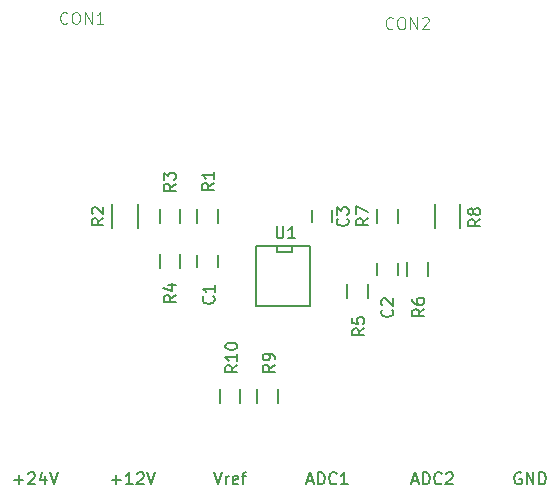
<source format=gbr>
%TF.GenerationSoftware,KiCad,Pcbnew,7.0.1*%
%TF.CreationDate,2024-03-13T10:09:07+01:00*%
%TF.ProjectId,bar_test_proto,6261725f-7465-4737-945f-70726f746f2e,rev?*%
%TF.SameCoordinates,Original*%
%TF.FileFunction,Legend,Top*%
%TF.FilePolarity,Positive*%
%FSLAX46Y46*%
G04 Gerber Fmt 4.6, Leading zero omitted, Abs format (unit mm)*
G04 Created by KiCad (PCBNEW 7.0.1) date 2024-03-13 10:09:07*
%MOMM*%
%LPD*%
G01*
G04 APERTURE LIST*
%ADD10C,0.150000*%
%ADD11C,0.100000*%
G04 APERTURE END LIST*
D10*
%TO.C,ADC1*%
X147510714Y-90981904D02*
X147986904Y-90981904D01*
X147415476Y-91267619D02*
X147748809Y-90267619D01*
X147748809Y-90267619D02*
X148082142Y-91267619D01*
X148415476Y-91267619D02*
X148415476Y-90267619D01*
X148415476Y-90267619D02*
X148653571Y-90267619D01*
X148653571Y-90267619D02*
X148796428Y-90315238D01*
X148796428Y-90315238D02*
X148891666Y-90410476D01*
X148891666Y-90410476D02*
X148939285Y-90505714D01*
X148939285Y-90505714D02*
X148986904Y-90696190D01*
X148986904Y-90696190D02*
X148986904Y-90839047D01*
X148986904Y-90839047D02*
X148939285Y-91029523D01*
X148939285Y-91029523D02*
X148891666Y-91124761D01*
X148891666Y-91124761D02*
X148796428Y-91220000D01*
X148796428Y-91220000D02*
X148653571Y-91267619D01*
X148653571Y-91267619D02*
X148415476Y-91267619D01*
X149986904Y-91172380D02*
X149939285Y-91220000D01*
X149939285Y-91220000D02*
X149796428Y-91267619D01*
X149796428Y-91267619D02*
X149701190Y-91267619D01*
X149701190Y-91267619D02*
X149558333Y-91220000D01*
X149558333Y-91220000D02*
X149463095Y-91124761D01*
X149463095Y-91124761D02*
X149415476Y-91029523D01*
X149415476Y-91029523D02*
X149367857Y-90839047D01*
X149367857Y-90839047D02*
X149367857Y-90696190D01*
X149367857Y-90696190D02*
X149415476Y-90505714D01*
X149415476Y-90505714D02*
X149463095Y-90410476D01*
X149463095Y-90410476D02*
X149558333Y-90315238D01*
X149558333Y-90315238D02*
X149701190Y-90267619D01*
X149701190Y-90267619D02*
X149796428Y-90267619D01*
X149796428Y-90267619D02*
X149939285Y-90315238D01*
X149939285Y-90315238D02*
X149986904Y-90362857D01*
X150939285Y-91267619D02*
X150367857Y-91267619D01*
X150653571Y-91267619D02*
X150653571Y-90267619D01*
X150653571Y-90267619D02*
X150558333Y-90410476D01*
X150558333Y-90410476D02*
X150463095Y-90505714D01*
X150463095Y-90505714D02*
X150367857Y-90553333D01*
%TO.C,R7*%
X152667619Y-68746666D02*
X152191428Y-69079999D01*
X152667619Y-69318094D02*
X151667619Y-69318094D01*
X151667619Y-69318094D02*
X151667619Y-68937142D01*
X151667619Y-68937142D02*
X151715238Y-68841904D01*
X151715238Y-68841904D02*
X151762857Y-68794285D01*
X151762857Y-68794285D02*
X151858095Y-68746666D01*
X151858095Y-68746666D02*
X152000952Y-68746666D01*
X152000952Y-68746666D02*
X152096190Y-68794285D01*
X152096190Y-68794285D02*
X152143809Y-68841904D01*
X152143809Y-68841904D02*
X152191428Y-68937142D01*
X152191428Y-68937142D02*
X152191428Y-69318094D01*
X151667619Y-68413332D02*
X151667619Y-67746666D01*
X151667619Y-67746666D02*
X152667619Y-68175237D01*
%TO.C,R9*%
X144736272Y-81153093D02*
X144260081Y-81486426D01*
X144736272Y-81724521D02*
X143736272Y-81724521D01*
X143736272Y-81724521D02*
X143736272Y-81343569D01*
X143736272Y-81343569D02*
X143783891Y-81248331D01*
X143783891Y-81248331D02*
X143831510Y-81200712D01*
X143831510Y-81200712D02*
X143926748Y-81153093D01*
X143926748Y-81153093D02*
X144069605Y-81153093D01*
X144069605Y-81153093D02*
X144164843Y-81200712D01*
X144164843Y-81200712D02*
X144212462Y-81248331D01*
X144212462Y-81248331D02*
X144260081Y-81343569D01*
X144260081Y-81343569D02*
X144260081Y-81724521D01*
X144736272Y-80676902D02*
X144736272Y-80486426D01*
X144736272Y-80486426D02*
X144688653Y-80391188D01*
X144688653Y-80391188D02*
X144641033Y-80343569D01*
X144641033Y-80343569D02*
X144498176Y-80248331D01*
X144498176Y-80248331D02*
X144307700Y-80200712D01*
X144307700Y-80200712D02*
X143926748Y-80200712D01*
X143926748Y-80200712D02*
X143831510Y-80248331D01*
X143831510Y-80248331D02*
X143783891Y-80295950D01*
X143783891Y-80295950D02*
X143736272Y-80391188D01*
X143736272Y-80391188D02*
X143736272Y-80581664D01*
X143736272Y-80581664D02*
X143783891Y-80676902D01*
X143783891Y-80676902D02*
X143831510Y-80724521D01*
X143831510Y-80724521D02*
X143926748Y-80772140D01*
X143926748Y-80772140D02*
X144164843Y-80772140D01*
X144164843Y-80772140D02*
X144260081Y-80724521D01*
X144260081Y-80724521D02*
X144307700Y-80676902D01*
X144307700Y-80676902D02*
X144355319Y-80581664D01*
X144355319Y-80581664D02*
X144355319Y-80391188D01*
X144355319Y-80391188D02*
X144307700Y-80295950D01*
X144307700Y-80295950D02*
X144260081Y-80248331D01*
X144260081Y-80248331D02*
X144164843Y-80200712D01*
%TO.C,R10*%
X141572454Y-81200688D02*
X141096263Y-81534021D01*
X141572454Y-81772116D02*
X140572454Y-81772116D01*
X140572454Y-81772116D02*
X140572454Y-81391164D01*
X140572454Y-81391164D02*
X140620073Y-81295926D01*
X140620073Y-81295926D02*
X140667692Y-81248307D01*
X140667692Y-81248307D02*
X140762930Y-81200688D01*
X140762930Y-81200688D02*
X140905787Y-81200688D01*
X140905787Y-81200688D02*
X141001025Y-81248307D01*
X141001025Y-81248307D02*
X141048644Y-81295926D01*
X141048644Y-81295926D02*
X141096263Y-81391164D01*
X141096263Y-81391164D02*
X141096263Y-81772116D01*
X141572454Y-80248307D02*
X141572454Y-80819735D01*
X141572454Y-80534021D02*
X140572454Y-80534021D01*
X140572454Y-80534021D02*
X140715311Y-80629259D01*
X140715311Y-80629259D02*
X140810549Y-80724497D01*
X140810549Y-80724497D02*
X140858168Y-80819735D01*
X140572454Y-79629259D02*
X140572454Y-79534021D01*
X140572454Y-79534021D02*
X140620073Y-79438783D01*
X140620073Y-79438783D02*
X140667692Y-79391164D01*
X140667692Y-79391164D02*
X140762930Y-79343545D01*
X140762930Y-79343545D02*
X140953406Y-79295926D01*
X140953406Y-79295926D02*
X141191501Y-79295926D01*
X141191501Y-79295926D02*
X141381977Y-79343545D01*
X141381977Y-79343545D02*
X141477215Y-79391164D01*
X141477215Y-79391164D02*
X141524835Y-79438783D01*
X141524835Y-79438783D02*
X141572454Y-79534021D01*
X141572454Y-79534021D02*
X141572454Y-79629259D01*
X141572454Y-79629259D02*
X141524835Y-79724497D01*
X141524835Y-79724497D02*
X141477215Y-79772116D01*
X141477215Y-79772116D02*
X141381977Y-79819735D01*
X141381977Y-79819735D02*
X141191501Y-79867354D01*
X141191501Y-79867354D02*
X140953406Y-79867354D01*
X140953406Y-79867354D02*
X140762930Y-79819735D01*
X140762930Y-79819735D02*
X140667692Y-79772116D01*
X140667692Y-79772116D02*
X140620073Y-79724497D01*
X140620073Y-79724497D02*
X140572454Y-79629259D01*
%TO.C,R6*%
X157408444Y-76434397D02*
X156932253Y-76767730D01*
X157408444Y-77005825D02*
X156408444Y-77005825D01*
X156408444Y-77005825D02*
X156408444Y-76624873D01*
X156408444Y-76624873D02*
X156456063Y-76529635D01*
X156456063Y-76529635D02*
X156503682Y-76482016D01*
X156503682Y-76482016D02*
X156598920Y-76434397D01*
X156598920Y-76434397D02*
X156741777Y-76434397D01*
X156741777Y-76434397D02*
X156837015Y-76482016D01*
X156837015Y-76482016D02*
X156884634Y-76529635D01*
X156884634Y-76529635D02*
X156932253Y-76624873D01*
X156932253Y-76624873D02*
X156932253Y-77005825D01*
X156408444Y-75577254D02*
X156408444Y-75767730D01*
X156408444Y-75767730D02*
X156456063Y-75862968D01*
X156456063Y-75862968D02*
X156503682Y-75910587D01*
X156503682Y-75910587D02*
X156646539Y-76005825D01*
X156646539Y-76005825D02*
X156837015Y-76053444D01*
X156837015Y-76053444D02*
X157217967Y-76053444D01*
X157217967Y-76053444D02*
X157313205Y-76005825D01*
X157313205Y-76005825D02*
X157360825Y-75958206D01*
X157360825Y-75958206D02*
X157408444Y-75862968D01*
X157408444Y-75862968D02*
X157408444Y-75672492D01*
X157408444Y-75672492D02*
X157360825Y-75577254D01*
X157360825Y-75577254D02*
X157313205Y-75529635D01*
X157313205Y-75529635D02*
X157217967Y-75482016D01*
X157217967Y-75482016D02*
X156979872Y-75482016D01*
X156979872Y-75482016D02*
X156884634Y-75529635D01*
X156884634Y-75529635D02*
X156837015Y-75577254D01*
X156837015Y-75577254D02*
X156789396Y-75672492D01*
X156789396Y-75672492D02*
X156789396Y-75862968D01*
X156789396Y-75862968D02*
X156837015Y-75958206D01*
X156837015Y-75958206D02*
X156884634Y-76005825D01*
X156884634Y-76005825D02*
X156979872Y-76053444D01*
%TO.C,+12V*%
X130953095Y-90886666D02*
X131715000Y-90886666D01*
X131334047Y-91267619D02*
X131334047Y-90505714D01*
X132714999Y-91267619D02*
X132143571Y-91267619D01*
X132429285Y-91267619D02*
X132429285Y-90267619D01*
X132429285Y-90267619D02*
X132334047Y-90410476D01*
X132334047Y-90410476D02*
X132238809Y-90505714D01*
X132238809Y-90505714D02*
X132143571Y-90553333D01*
X133095952Y-90362857D02*
X133143571Y-90315238D01*
X133143571Y-90315238D02*
X133238809Y-90267619D01*
X133238809Y-90267619D02*
X133476904Y-90267619D01*
X133476904Y-90267619D02*
X133572142Y-90315238D01*
X133572142Y-90315238D02*
X133619761Y-90362857D01*
X133619761Y-90362857D02*
X133667380Y-90458095D01*
X133667380Y-90458095D02*
X133667380Y-90553333D01*
X133667380Y-90553333D02*
X133619761Y-90696190D01*
X133619761Y-90696190D02*
X133048333Y-91267619D01*
X133048333Y-91267619D02*
X133667380Y-91267619D01*
X133953095Y-90267619D02*
X134286428Y-91267619D01*
X134286428Y-91267619D02*
X134619761Y-90267619D01*
D11*
%TO.C,CON2*%
X154763464Y-52632150D02*
X154715845Y-52679770D01*
X154715845Y-52679770D02*
X154572988Y-52727389D01*
X154572988Y-52727389D02*
X154477750Y-52727389D01*
X154477750Y-52727389D02*
X154334893Y-52679770D01*
X154334893Y-52679770D02*
X154239655Y-52584531D01*
X154239655Y-52584531D02*
X154192036Y-52489293D01*
X154192036Y-52489293D02*
X154144417Y-52298817D01*
X154144417Y-52298817D02*
X154144417Y-52155960D01*
X154144417Y-52155960D02*
X154192036Y-51965484D01*
X154192036Y-51965484D02*
X154239655Y-51870246D01*
X154239655Y-51870246D02*
X154334893Y-51775008D01*
X154334893Y-51775008D02*
X154477750Y-51727389D01*
X154477750Y-51727389D02*
X154572988Y-51727389D01*
X154572988Y-51727389D02*
X154715845Y-51775008D01*
X154715845Y-51775008D02*
X154763464Y-51822627D01*
X155382512Y-51727389D02*
X155572988Y-51727389D01*
X155572988Y-51727389D02*
X155668226Y-51775008D01*
X155668226Y-51775008D02*
X155763464Y-51870246D01*
X155763464Y-51870246D02*
X155811083Y-52060722D01*
X155811083Y-52060722D02*
X155811083Y-52394055D01*
X155811083Y-52394055D02*
X155763464Y-52584531D01*
X155763464Y-52584531D02*
X155668226Y-52679770D01*
X155668226Y-52679770D02*
X155572988Y-52727389D01*
X155572988Y-52727389D02*
X155382512Y-52727389D01*
X155382512Y-52727389D02*
X155287274Y-52679770D01*
X155287274Y-52679770D02*
X155192036Y-52584531D01*
X155192036Y-52584531D02*
X155144417Y-52394055D01*
X155144417Y-52394055D02*
X155144417Y-52060722D01*
X155144417Y-52060722D02*
X155192036Y-51870246D01*
X155192036Y-51870246D02*
X155287274Y-51775008D01*
X155287274Y-51775008D02*
X155382512Y-51727389D01*
X156239655Y-52727389D02*
X156239655Y-51727389D01*
X156239655Y-51727389D02*
X156811083Y-52727389D01*
X156811083Y-52727389D02*
X156811083Y-51727389D01*
X157239655Y-51822627D02*
X157287274Y-51775008D01*
X157287274Y-51775008D02*
X157382512Y-51727389D01*
X157382512Y-51727389D02*
X157620607Y-51727389D01*
X157620607Y-51727389D02*
X157715845Y-51775008D01*
X157715845Y-51775008D02*
X157763464Y-51822627D01*
X157763464Y-51822627D02*
X157811083Y-51917865D01*
X157811083Y-51917865D02*
X157811083Y-52013103D01*
X157811083Y-52013103D02*
X157763464Y-52155960D01*
X157763464Y-52155960D02*
X157192036Y-52727389D01*
X157192036Y-52727389D02*
X157811083Y-52727389D01*
D10*
%TO.C,ADC2*%
X156400714Y-90981904D02*
X156876904Y-90981904D01*
X156305476Y-91267619D02*
X156638809Y-90267619D01*
X156638809Y-90267619D02*
X156972142Y-91267619D01*
X157305476Y-91267619D02*
X157305476Y-90267619D01*
X157305476Y-90267619D02*
X157543571Y-90267619D01*
X157543571Y-90267619D02*
X157686428Y-90315238D01*
X157686428Y-90315238D02*
X157781666Y-90410476D01*
X157781666Y-90410476D02*
X157829285Y-90505714D01*
X157829285Y-90505714D02*
X157876904Y-90696190D01*
X157876904Y-90696190D02*
X157876904Y-90839047D01*
X157876904Y-90839047D02*
X157829285Y-91029523D01*
X157829285Y-91029523D02*
X157781666Y-91124761D01*
X157781666Y-91124761D02*
X157686428Y-91220000D01*
X157686428Y-91220000D02*
X157543571Y-91267619D01*
X157543571Y-91267619D02*
X157305476Y-91267619D01*
X158876904Y-91172380D02*
X158829285Y-91220000D01*
X158829285Y-91220000D02*
X158686428Y-91267619D01*
X158686428Y-91267619D02*
X158591190Y-91267619D01*
X158591190Y-91267619D02*
X158448333Y-91220000D01*
X158448333Y-91220000D02*
X158353095Y-91124761D01*
X158353095Y-91124761D02*
X158305476Y-91029523D01*
X158305476Y-91029523D02*
X158257857Y-90839047D01*
X158257857Y-90839047D02*
X158257857Y-90696190D01*
X158257857Y-90696190D02*
X158305476Y-90505714D01*
X158305476Y-90505714D02*
X158353095Y-90410476D01*
X158353095Y-90410476D02*
X158448333Y-90315238D01*
X158448333Y-90315238D02*
X158591190Y-90267619D01*
X158591190Y-90267619D02*
X158686428Y-90267619D01*
X158686428Y-90267619D02*
X158829285Y-90315238D01*
X158829285Y-90315238D02*
X158876904Y-90362857D01*
X159257857Y-90362857D02*
X159305476Y-90315238D01*
X159305476Y-90315238D02*
X159400714Y-90267619D01*
X159400714Y-90267619D02*
X159638809Y-90267619D01*
X159638809Y-90267619D02*
X159734047Y-90315238D01*
X159734047Y-90315238D02*
X159781666Y-90362857D01*
X159781666Y-90362857D02*
X159829285Y-90458095D01*
X159829285Y-90458095D02*
X159829285Y-90553333D01*
X159829285Y-90553333D02*
X159781666Y-90696190D01*
X159781666Y-90696190D02*
X159210238Y-91267619D01*
X159210238Y-91267619D02*
X159829285Y-91267619D01*
%TO.C,R3*%
X136355515Y-65829080D02*
X135879324Y-66162413D01*
X136355515Y-66400508D02*
X135355515Y-66400508D01*
X135355515Y-66400508D02*
X135355515Y-66019556D01*
X135355515Y-66019556D02*
X135403134Y-65924318D01*
X135403134Y-65924318D02*
X135450753Y-65876699D01*
X135450753Y-65876699D02*
X135545991Y-65829080D01*
X135545991Y-65829080D02*
X135688848Y-65829080D01*
X135688848Y-65829080D02*
X135784086Y-65876699D01*
X135784086Y-65876699D02*
X135831705Y-65924318D01*
X135831705Y-65924318D02*
X135879324Y-66019556D01*
X135879324Y-66019556D02*
X135879324Y-66400508D01*
X135355515Y-65495746D02*
X135355515Y-64876699D01*
X135355515Y-64876699D02*
X135736467Y-65210032D01*
X135736467Y-65210032D02*
X135736467Y-65067175D01*
X135736467Y-65067175D02*
X135784086Y-64971937D01*
X135784086Y-64971937D02*
X135831705Y-64924318D01*
X135831705Y-64924318D02*
X135926943Y-64876699D01*
X135926943Y-64876699D02*
X136165038Y-64876699D01*
X136165038Y-64876699D02*
X136260276Y-64924318D01*
X136260276Y-64924318D02*
X136307896Y-64971937D01*
X136307896Y-64971937D02*
X136355515Y-65067175D01*
X136355515Y-65067175D02*
X136355515Y-65352889D01*
X136355515Y-65352889D02*
X136307896Y-65448127D01*
X136307896Y-65448127D02*
X136260276Y-65495746D01*
D11*
%TO.C,CON1*%
X127202044Y-52191135D02*
X127154425Y-52238755D01*
X127154425Y-52238755D02*
X127011568Y-52286374D01*
X127011568Y-52286374D02*
X126916330Y-52286374D01*
X126916330Y-52286374D02*
X126773473Y-52238755D01*
X126773473Y-52238755D02*
X126678235Y-52143516D01*
X126678235Y-52143516D02*
X126630616Y-52048278D01*
X126630616Y-52048278D02*
X126582997Y-51857802D01*
X126582997Y-51857802D02*
X126582997Y-51714945D01*
X126582997Y-51714945D02*
X126630616Y-51524469D01*
X126630616Y-51524469D02*
X126678235Y-51429231D01*
X126678235Y-51429231D02*
X126773473Y-51333993D01*
X126773473Y-51333993D02*
X126916330Y-51286374D01*
X126916330Y-51286374D02*
X127011568Y-51286374D01*
X127011568Y-51286374D02*
X127154425Y-51333993D01*
X127154425Y-51333993D02*
X127202044Y-51381612D01*
X127821092Y-51286374D02*
X128011568Y-51286374D01*
X128011568Y-51286374D02*
X128106806Y-51333993D01*
X128106806Y-51333993D02*
X128202044Y-51429231D01*
X128202044Y-51429231D02*
X128249663Y-51619707D01*
X128249663Y-51619707D02*
X128249663Y-51953040D01*
X128249663Y-51953040D02*
X128202044Y-52143516D01*
X128202044Y-52143516D02*
X128106806Y-52238755D01*
X128106806Y-52238755D02*
X128011568Y-52286374D01*
X128011568Y-52286374D02*
X127821092Y-52286374D01*
X127821092Y-52286374D02*
X127725854Y-52238755D01*
X127725854Y-52238755D02*
X127630616Y-52143516D01*
X127630616Y-52143516D02*
X127582997Y-51953040D01*
X127582997Y-51953040D02*
X127582997Y-51619707D01*
X127582997Y-51619707D02*
X127630616Y-51429231D01*
X127630616Y-51429231D02*
X127725854Y-51333993D01*
X127725854Y-51333993D02*
X127821092Y-51286374D01*
X128678235Y-52286374D02*
X128678235Y-51286374D01*
X128678235Y-51286374D02*
X129249663Y-52286374D01*
X129249663Y-52286374D02*
X129249663Y-51286374D01*
X130249663Y-52286374D02*
X129678235Y-52286374D01*
X129963949Y-52286374D02*
X129963949Y-51286374D01*
X129963949Y-51286374D02*
X129868711Y-51429231D01*
X129868711Y-51429231D02*
X129773473Y-51524469D01*
X129773473Y-51524469D02*
X129678235Y-51572088D01*
D10*
%TO.C,GND*%
X165608095Y-90315238D02*
X165512857Y-90267619D01*
X165512857Y-90267619D02*
X165370000Y-90267619D01*
X165370000Y-90267619D02*
X165227143Y-90315238D01*
X165227143Y-90315238D02*
X165131905Y-90410476D01*
X165131905Y-90410476D02*
X165084286Y-90505714D01*
X165084286Y-90505714D02*
X165036667Y-90696190D01*
X165036667Y-90696190D02*
X165036667Y-90839047D01*
X165036667Y-90839047D02*
X165084286Y-91029523D01*
X165084286Y-91029523D02*
X165131905Y-91124761D01*
X165131905Y-91124761D02*
X165227143Y-91220000D01*
X165227143Y-91220000D02*
X165370000Y-91267619D01*
X165370000Y-91267619D02*
X165465238Y-91267619D01*
X165465238Y-91267619D02*
X165608095Y-91220000D01*
X165608095Y-91220000D02*
X165655714Y-91172380D01*
X165655714Y-91172380D02*
X165655714Y-90839047D01*
X165655714Y-90839047D02*
X165465238Y-90839047D01*
X166084286Y-91267619D02*
X166084286Y-90267619D01*
X166084286Y-90267619D02*
X166655714Y-91267619D01*
X166655714Y-91267619D02*
X166655714Y-90267619D01*
X167131905Y-91267619D02*
X167131905Y-90267619D01*
X167131905Y-90267619D02*
X167370000Y-90267619D01*
X167370000Y-90267619D02*
X167512857Y-90315238D01*
X167512857Y-90315238D02*
X167608095Y-90410476D01*
X167608095Y-90410476D02*
X167655714Y-90505714D01*
X167655714Y-90505714D02*
X167703333Y-90696190D01*
X167703333Y-90696190D02*
X167703333Y-90839047D01*
X167703333Y-90839047D02*
X167655714Y-91029523D01*
X167655714Y-91029523D02*
X167608095Y-91124761D01*
X167608095Y-91124761D02*
X167512857Y-91220000D01*
X167512857Y-91220000D02*
X167370000Y-91267619D01*
X167370000Y-91267619D02*
X167131905Y-91267619D01*
%TO.C,C3*%
X150912236Y-68780253D02*
X150959856Y-68827872D01*
X150959856Y-68827872D02*
X151007475Y-68970729D01*
X151007475Y-68970729D02*
X151007475Y-69065967D01*
X151007475Y-69065967D02*
X150959856Y-69208824D01*
X150959856Y-69208824D02*
X150864617Y-69304062D01*
X150864617Y-69304062D02*
X150769379Y-69351681D01*
X150769379Y-69351681D02*
X150578903Y-69399300D01*
X150578903Y-69399300D02*
X150436046Y-69399300D01*
X150436046Y-69399300D02*
X150245570Y-69351681D01*
X150245570Y-69351681D02*
X150150332Y-69304062D01*
X150150332Y-69304062D02*
X150055094Y-69208824D01*
X150055094Y-69208824D02*
X150007475Y-69065967D01*
X150007475Y-69065967D02*
X150007475Y-68970729D01*
X150007475Y-68970729D02*
X150055094Y-68827872D01*
X150055094Y-68827872D02*
X150102713Y-68780253D01*
X150007475Y-68446919D02*
X150007475Y-67827872D01*
X150007475Y-67827872D02*
X150388427Y-68161205D01*
X150388427Y-68161205D02*
X150388427Y-68018348D01*
X150388427Y-68018348D02*
X150436046Y-67923110D01*
X150436046Y-67923110D02*
X150483665Y-67875491D01*
X150483665Y-67875491D02*
X150578903Y-67827872D01*
X150578903Y-67827872D02*
X150816998Y-67827872D01*
X150816998Y-67827872D02*
X150912236Y-67875491D01*
X150912236Y-67875491D02*
X150959856Y-67923110D01*
X150959856Y-67923110D02*
X151007475Y-68018348D01*
X151007475Y-68018348D02*
X151007475Y-68304062D01*
X151007475Y-68304062D02*
X150959856Y-68399300D01*
X150959856Y-68399300D02*
X150912236Y-68446919D01*
%TO.C,C2*%
X154683184Y-76486997D02*
X154730804Y-76534616D01*
X154730804Y-76534616D02*
X154778423Y-76677473D01*
X154778423Y-76677473D02*
X154778423Y-76772711D01*
X154778423Y-76772711D02*
X154730804Y-76915568D01*
X154730804Y-76915568D02*
X154635565Y-77010806D01*
X154635565Y-77010806D02*
X154540327Y-77058425D01*
X154540327Y-77058425D02*
X154349851Y-77106044D01*
X154349851Y-77106044D02*
X154206994Y-77106044D01*
X154206994Y-77106044D02*
X154016518Y-77058425D01*
X154016518Y-77058425D02*
X153921280Y-77010806D01*
X153921280Y-77010806D02*
X153826042Y-76915568D01*
X153826042Y-76915568D02*
X153778423Y-76772711D01*
X153778423Y-76772711D02*
X153778423Y-76677473D01*
X153778423Y-76677473D02*
X153826042Y-76534616D01*
X153826042Y-76534616D02*
X153873661Y-76486997D01*
X153873661Y-76106044D02*
X153826042Y-76058425D01*
X153826042Y-76058425D02*
X153778423Y-75963187D01*
X153778423Y-75963187D02*
X153778423Y-75725092D01*
X153778423Y-75725092D02*
X153826042Y-75629854D01*
X153826042Y-75629854D02*
X153873661Y-75582235D01*
X153873661Y-75582235D02*
X153968899Y-75534616D01*
X153968899Y-75534616D02*
X154064137Y-75534616D01*
X154064137Y-75534616D02*
X154206994Y-75582235D01*
X154206994Y-75582235D02*
X154778423Y-76153663D01*
X154778423Y-76153663D02*
X154778423Y-75534616D01*
%TO.C,R2*%
X130242619Y-68746666D02*
X129766428Y-69079999D01*
X130242619Y-69318094D02*
X129242619Y-69318094D01*
X129242619Y-69318094D02*
X129242619Y-68937142D01*
X129242619Y-68937142D02*
X129290238Y-68841904D01*
X129290238Y-68841904D02*
X129337857Y-68794285D01*
X129337857Y-68794285D02*
X129433095Y-68746666D01*
X129433095Y-68746666D02*
X129575952Y-68746666D01*
X129575952Y-68746666D02*
X129671190Y-68794285D01*
X129671190Y-68794285D02*
X129718809Y-68841904D01*
X129718809Y-68841904D02*
X129766428Y-68937142D01*
X129766428Y-68937142D02*
X129766428Y-69318094D01*
X129337857Y-68365713D02*
X129290238Y-68318094D01*
X129290238Y-68318094D02*
X129242619Y-68222856D01*
X129242619Y-68222856D02*
X129242619Y-67984761D01*
X129242619Y-67984761D02*
X129290238Y-67889523D01*
X129290238Y-67889523D02*
X129337857Y-67841904D01*
X129337857Y-67841904D02*
X129433095Y-67794285D01*
X129433095Y-67794285D02*
X129528333Y-67794285D01*
X129528333Y-67794285D02*
X129671190Y-67841904D01*
X129671190Y-67841904D02*
X130242619Y-68413332D01*
X130242619Y-68413332D02*
X130242619Y-67794285D01*
%TO.C,R8*%
X162151248Y-68836558D02*
X161675057Y-69169891D01*
X162151248Y-69407986D02*
X161151248Y-69407986D01*
X161151248Y-69407986D02*
X161151248Y-69027034D01*
X161151248Y-69027034D02*
X161198867Y-68931796D01*
X161198867Y-68931796D02*
X161246486Y-68884177D01*
X161246486Y-68884177D02*
X161341724Y-68836558D01*
X161341724Y-68836558D02*
X161484581Y-68836558D01*
X161484581Y-68836558D02*
X161579819Y-68884177D01*
X161579819Y-68884177D02*
X161627438Y-68931796D01*
X161627438Y-68931796D02*
X161675057Y-69027034D01*
X161675057Y-69027034D02*
X161675057Y-69407986D01*
X161579819Y-68265129D02*
X161532200Y-68360367D01*
X161532200Y-68360367D02*
X161484581Y-68407986D01*
X161484581Y-68407986D02*
X161389343Y-68455605D01*
X161389343Y-68455605D02*
X161341724Y-68455605D01*
X161341724Y-68455605D02*
X161246486Y-68407986D01*
X161246486Y-68407986D02*
X161198867Y-68360367D01*
X161198867Y-68360367D02*
X161151248Y-68265129D01*
X161151248Y-68265129D02*
X161151248Y-68074653D01*
X161151248Y-68074653D02*
X161198867Y-67979415D01*
X161198867Y-67979415D02*
X161246486Y-67931796D01*
X161246486Y-67931796D02*
X161341724Y-67884177D01*
X161341724Y-67884177D02*
X161389343Y-67884177D01*
X161389343Y-67884177D02*
X161484581Y-67931796D01*
X161484581Y-67931796D02*
X161532200Y-67979415D01*
X161532200Y-67979415D02*
X161579819Y-68074653D01*
X161579819Y-68074653D02*
X161579819Y-68265129D01*
X161579819Y-68265129D02*
X161627438Y-68360367D01*
X161627438Y-68360367D02*
X161675057Y-68407986D01*
X161675057Y-68407986D02*
X161770295Y-68455605D01*
X161770295Y-68455605D02*
X161960771Y-68455605D01*
X161960771Y-68455605D02*
X162056009Y-68407986D01*
X162056009Y-68407986D02*
X162103629Y-68360367D01*
X162103629Y-68360367D02*
X162151248Y-68265129D01*
X162151248Y-68265129D02*
X162151248Y-68074653D01*
X162151248Y-68074653D02*
X162103629Y-67979415D01*
X162103629Y-67979415D02*
X162056009Y-67931796D01*
X162056009Y-67931796D02*
X161960771Y-67884177D01*
X161960771Y-67884177D02*
X161770295Y-67884177D01*
X161770295Y-67884177D02*
X161675057Y-67931796D01*
X161675057Y-67931796D02*
X161627438Y-67979415D01*
X161627438Y-67979415D02*
X161579819Y-68074653D01*
%TO.C,+24V*%
X122698095Y-90886666D02*
X123460000Y-90886666D01*
X123079047Y-91267619D02*
X123079047Y-90505714D01*
X123888571Y-90362857D02*
X123936190Y-90315238D01*
X123936190Y-90315238D02*
X124031428Y-90267619D01*
X124031428Y-90267619D02*
X124269523Y-90267619D01*
X124269523Y-90267619D02*
X124364761Y-90315238D01*
X124364761Y-90315238D02*
X124412380Y-90362857D01*
X124412380Y-90362857D02*
X124459999Y-90458095D01*
X124459999Y-90458095D02*
X124459999Y-90553333D01*
X124459999Y-90553333D02*
X124412380Y-90696190D01*
X124412380Y-90696190D02*
X123840952Y-91267619D01*
X123840952Y-91267619D02*
X124459999Y-91267619D01*
X125317142Y-90600952D02*
X125317142Y-91267619D01*
X125079047Y-90220000D02*
X124840952Y-90934285D01*
X124840952Y-90934285D02*
X125459999Y-90934285D01*
X125698095Y-90267619D02*
X126031428Y-91267619D01*
X126031428Y-91267619D02*
X126364761Y-90267619D01*
%TO.C,Vref*%
X139612857Y-90267619D02*
X139946190Y-91267619D01*
X139946190Y-91267619D02*
X140279523Y-90267619D01*
X140612857Y-91267619D02*
X140612857Y-90600952D01*
X140612857Y-90791428D02*
X140660476Y-90696190D01*
X140660476Y-90696190D02*
X140708095Y-90648571D01*
X140708095Y-90648571D02*
X140803333Y-90600952D01*
X140803333Y-90600952D02*
X140898571Y-90600952D01*
X141612857Y-91220000D02*
X141517619Y-91267619D01*
X141517619Y-91267619D02*
X141327143Y-91267619D01*
X141327143Y-91267619D02*
X141231905Y-91220000D01*
X141231905Y-91220000D02*
X141184286Y-91124761D01*
X141184286Y-91124761D02*
X141184286Y-90743809D01*
X141184286Y-90743809D02*
X141231905Y-90648571D01*
X141231905Y-90648571D02*
X141327143Y-90600952D01*
X141327143Y-90600952D02*
X141517619Y-90600952D01*
X141517619Y-90600952D02*
X141612857Y-90648571D01*
X141612857Y-90648571D02*
X141660476Y-90743809D01*
X141660476Y-90743809D02*
X141660476Y-90839047D01*
X141660476Y-90839047D02*
X141184286Y-90934285D01*
X141946191Y-90600952D02*
X142327143Y-90600952D01*
X142089048Y-91267619D02*
X142089048Y-90410476D01*
X142089048Y-90410476D02*
X142136667Y-90315238D01*
X142136667Y-90315238D02*
X142231905Y-90267619D01*
X142231905Y-90267619D02*
X142327143Y-90267619D01*
%TO.C,R1*%
X139616741Y-65776480D02*
X139140550Y-66109813D01*
X139616741Y-66347908D02*
X138616741Y-66347908D01*
X138616741Y-66347908D02*
X138616741Y-65966956D01*
X138616741Y-65966956D02*
X138664360Y-65871718D01*
X138664360Y-65871718D02*
X138711979Y-65824099D01*
X138711979Y-65824099D02*
X138807217Y-65776480D01*
X138807217Y-65776480D02*
X138950074Y-65776480D01*
X138950074Y-65776480D02*
X139045312Y-65824099D01*
X139045312Y-65824099D02*
X139092931Y-65871718D01*
X139092931Y-65871718D02*
X139140550Y-65966956D01*
X139140550Y-65966956D02*
X139140550Y-66347908D01*
X139616741Y-64824099D02*
X139616741Y-65395527D01*
X139616741Y-65109813D02*
X138616741Y-65109813D01*
X138616741Y-65109813D02*
X138759598Y-65205051D01*
X138759598Y-65205051D02*
X138854836Y-65300289D01*
X138854836Y-65300289D02*
X138902455Y-65395527D01*
%TO.C,U1*%
X144911519Y-69432423D02*
X144911519Y-70241946D01*
X144911519Y-70241946D02*
X144959138Y-70337184D01*
X144959138Y-70337184D02*
X145006757Y-70384804D01*
X145006757Y-70384804D02*
X145101995Y-70432423D01*
X145101995Y-70432423D02*
X145292471Y-70432423D01*
X145292471Y-70432423D02*
X145387709Y-70384804D01*
X145387709Y-70384804D02*
X145435328Y-70337184D01*
X145435328Y-70337184D02*
X145482947Y-70241946D01*
X145482947Y-70241946D02*
X145482947Y-69432423D01*
X146482947Y-70432423D02*
X145911519Y-70432423D01*
X146197233Y-70432423D02*
X146197233Y-69432423D01*
X146197233Y-69432423D02*
X146101995Y-69575280D01*
X146101995Y-69575280D02*
X146006757Y-69670518D01*
X146006757Y-69670518D02*
X145911519Y-69718137D01*
%TO.C,C1*%
X139560952Y-75362907D02*
X139608572Y-75410526D01*
X139608572Y-75410526D02*
X139656191Y-75553383D01*
X139656191Y-75553383D02*
X139656191Y-75648621D01*
X139656191Y-75648621D02*
X139608572Y-75791478D01*
X139608572Y-75791478D02*
X139513333Y-75886716D01*
X139513333Y-75886716D02*
X139418095Y-75934335D01*
X139418095Y-75934335D02*
X139227619Y-75981954D01*
X139227619Y-75981954D02*
X139084762Y-75981954D01*
X139084762Y-75981954D02*
X138894286Y-75934335D01*
X138894286Y-75934335D02*
X138799048Y-75886716D01*
X138799048Y-75886716D02*
X138703810Y-75791478D01*
X138703810Y-75791478D02*
X138656191Y-75648621D01*
X138656191Y-75648621D02*
X138656191Y-75553383D01*
X138656191Y-75553383D02*
X138703810Y-75410526D01*
X138703810Y-75410526D02*
X138751429Y-75362907D01*
X139656191Y-74410526D02*
X139656191Y-74981954D01*
X139656191Y-74696240D02*
X138656191Y-74696240D01*
X138656191Y-74696240D02*
X138799048Y-74791478D01*
X138799048Y-74791478D02*
X138894286Y-74886716D01*
X138894286Y-74886716D02*
X138941905Y-74981954D01*
%TO.C,R4*%
X136368665Y-75257706D02*
X135892474Y-75591039D01*
X136368665Y-75829134D02*
X135368665Y-75829134D01*
X135368665Y-75829134D02*
X135368665Y-75448182D01*
X135368665Y-75448182D02*
X135416284Y-75352944D01*
X135416284Y-75352944D02*
X135463903Y-75305325D01*
X135463903Y-75305325D02*
X135559141Y-75257706D01*
X135559141Y-75257706D02*
X135701998Y-75257706D01*
X135701998Y-75257706D02*
X135797236Y-75305325D01*
X135797236Y-75305325D02*
X135844855Y-75352944D01*
X135844855Y-75352944D02*
X135892474Y-75448182D01*
X135892474Y-75448182D02*
X135892474Y-75829134D01*
X135701998Y-74400563D02*
X136368665Y-74400563D01*
X135321046Y-74638658D02*
X136035331Y-74876753D01*
X136035331Y-74876753D02*
X136035331Y-74257706D01*
%TO.C,R5*%
X152335425Y-78076699D02*
X151859234Y-78410032D01*
X152335425Y-78648127D02*
X151335425Y-78648127D01*
X151335425Y-78648127D02*
X151335425Y-78267175D01*
X151335425Y-78267175D02*
X151383044Y-78171937D01*
X151383044Y-78171937D02*
X151430663Y-78124318D01*
X151430663Y-78124318D02*
X151525901Y-78076699D01*
X151525901Y-78076699D02*
X151668758Y-78076699D01*
X151668758Y-78076699D02*
X151763996Y-78124318D01*
X151763996Y-78124318D02*
X151811615Y-78171937D01*
X151811615Y-78171937D02*
X151859234Y-78267175D01*
X151859234Y-78267175D02*
X151859234Y-78648127D01*
X151335425Y-77171937D02*
X151335425Y-77648127D01*
X151335425Y-77648127D02*
X151811615Y-77695746D01*
X151811615Y-77695746D02*
X151763996Y-77648127D01*
X151763996Y-77648127D02*
X151716377Y-77552889D01*
X151716377Y-77552889D02*
X151716377Y-77314794D01*
X151716377Y-77314794D02*
X151763996Y-77219556D01*
X151763996Y-77219556D02*
X151811615Y-77171937D01*
X151811615Y-77171937D02*
X151906853Y-77124318D01*
X151906853Y-77124318D02*
X152144948Y-77124318D01*
X152144948Y-77124318D02*
X152240186Y-77171937D01*
X152240186Y-77171937D02*
X152287806Y-77219556D01*
X152287806Y-77219556D02*
X152335425Y-77314794D01*
X152335425Y-77314794D02*
X152335425Y-77552889D01*
X152335425Y-77552889D02*
X152287806Y-77648127D01*
X152287806Y-77648127D02*
X152240186Y-77695746D01*
%TO.C,R7*%
X153430000Y-69180000D02*
X153430000Y-67980000D01*
X155180000Y-67980000D02*
X155180000Y-69180000D01*
%TO.C,R9*%
X143270000Y-84420000D02*
X143270000Y-83220000D01*
X145020000Y-83220000D02*
X145020000Y-84420000D01*
%TO.C,R10*%
X141845000Y-83220000D02*
X141845000Y-84420000D01*
X140095000Y-84420000D02*
X140095000Y-83220000D01*
%TO.C,R6*%
X157720000Y-72425000D02*
X157720000Y-73625000D01*
X155970000Y-73625000D02*
X155970000Y-72425000D01*
%TO.C,R3*%
X135015000Y-69180000D02*
X135015000Y-67980000D01*
X136765000Y-67980000D02*
X136765000Y-69180000D01*
%TO.C,C3*%
X149602504Y-69040534D02*
X149602504Y-68040534D01*
X147902504Y-68040534D02*
X147902504Y-69040534D01*
%TO.C,C2*%
X155155000Y-73525000D02*
X155155000Y-72525000D01*
X153455000Y-72525000D02*
X153455000Y-73525000D01*
%TO.C,R2*%
X131005000Y-69580000D02*
X131005000Y-67580000D01*
X133155000Y-67580000D02*
X133155000Y-69580000D01*
%TO.C,R8*%
X158310000Y-69580000D02*
X158310000Y-67580000D01*
X160460000Y-67580000D02*
X160460000Y-69580000D01*
%TO.C,R1*%
X138190000Y-69180000D02*
X138190000Y-67980000D01*
X139940000Y-67980000D02*
X139940000Y-69180000D01*
%TO.C,U1*%
X147701000Y-71120000D02*
X147701000Y-76200000D01*
X146177000Y-71120000D02*
X146177000Y-71628000D01*
X143129000Y-71120000D02*
X147701000Y-71120000D01*
X146177000Y-71628000D02*
X144907000Y-71628000D01*
X144907000Y-71628000D02*
X144907000Y-71120000D01*
X147701000Y-76200000D02*
X143129000Y-76200000D01*
X143129000Y-76200000D02*
X143129000Y-71120000D01*
%TO.C,C1*%
X139915000Y-72890000D02*
X139915000Y-71890000D01*
X138215000Y-71890000D02*
X138215000Y-72890000D01*
%TO.C,R4*%
X136765000Y-71790000D02*
X136765000Y-72990000D01*
X135015000Y-72990000D02*
X135015000Y-71790000D01*
%TO.C,R5*%
X150890000Y-75530000D02*
X150890000Y-74330000D01*
X152640000Y-74330000D02*
X152640000Y-75530000D01*
%TD*%
M02*

</source>
